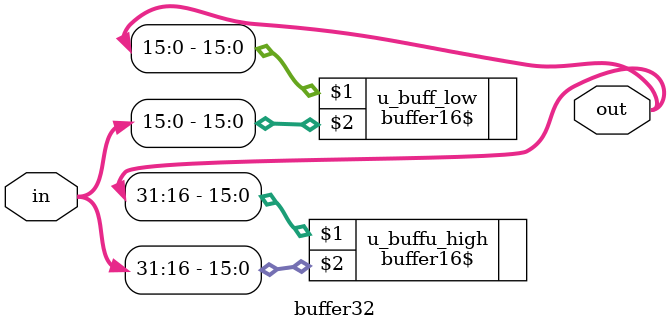
<source format=v>


//-------------------------------------------------------------------------------------
//
// 					 			1-Bit 5-Input AND Gate
//
//-------------------------------------------------------------------------------------
// Functionality: 1-Bit 5-Input AND Gate
//
// Combinational Delay: 
//
module and1_5way (
	output and_out,
	input a, b, c, d, e
	);

	wire intermediate_3side, intermediate_2side;

	and3$ u_and_intermediate3 (intermediate_3side, a, b, c);
	and2$ u_and_intermedaite2 (intermediate_2side, d, e);

	and2$ u_and_final (and_out, intermediate_3side, intermediate_2side);

endmodule

//-------------------------------------------------------------------------------------
//
// 					 		 32-Bit 2-Input AND Gate
//
//-------------------------------------------------------------------------------------
// Functionality: a32 & b32
//
// Combinational Delay: 
//
module and32_2way (
	output [31:0] and_out, 
	input [31:0] a,
	input [31:0] b
	);

	genvar i;
	generate
		for(i = 0; i < 32; i = i + 1)
		begin : u_and
			and2$ u_and (and_out[i], a[i], b[i]);
		end 
	endgenerate

endmodule

//-------------------------------------------------------------------------------------
//
// 					 			1-Bit 5-Input OR Gate
//
//-------------------------------------------------------------------------------------
// Functionality: 1-Bit 5-Input OR Gate
//
// Combinational Delay: 
//
module or1_5way (
	output or_out,
	input a, b, c, d, e
	);

	wire intermediate_3side, intermediate_2side;

	or3$ u_or_intermediate3 (intermediate_3side, a, b, c);
	or2$ u_or_intermedaite2 (intermediate_2side, d, e);

	or2$ u_or_final (or_out, intermediate_3side, intermediate_2side);

endmodule

//-------------------------------------------------------------------------------------
//
// 					 			1-Bit 6-Input OR Gate
//
//-------------------------------------------------------------------------------------
// Functionality: 1-Bit 6-Input OR Gate
//
// Combinational Delay: 
//
module or1_6way (
	output or_out,
	input a, b, c, d, e, f
	);

	wire intermediate_3side_1, intermediate_3side_2;

	or3$ u_or_intermediate3_1 (intermediate_3side_1, a, b, c);
	or3$ u_or_intermedaite3_2 (intermediate_3side_2, d, e, f);

	or2$ u_or_final (or_out, intermediate_3side_1, intermediate_3side_2);

endmodule

//-------------------------------------------------------------------------------------
//
// 					 			32-Bit 2-Input OR Gate
//
//-------------------------------------------------------------------------------------
// Functionality: a32 | b32
//
// Combinational Delay: 
//
module or32_2way (
	output [31:0] or_out, 
	input [31:0] a,
	input [31:0] b
	);

	genvar i;
	generate
		for(i = 0; i < 32; i = i + 1)
		begin : u_or
			or2$ u_or (or_out[i], a[i], b[i]);
		end 
	endgenerate

endmodule

//-------------------------------------------------------------------------------------
//
// 					 			4-Bit 1-Input NOT Gate
//
//-------------------------------------------------------------------------------------
// Functionality: !a4
//
// Combinational Delay: 
//
module not4_1way (
	output [3:0] not_out,
	input [3:0] a
	);

	genvar i;
	generate
		for(i = 0; i < 4; i = i + 1)
		begin : u_not
			inv1$ u_not (not_out[i], a[i]);
		end 
	endgenerate	

endmodule

//-------------------------------------------------------------------------------------
//
// 					 		32-Bit 1-Input NOT Gate
//
//-------------------------------------------------------------------------------------
// Functionality: !a32
//
// Combinational Delay: 
//
module not32_1way (
	output [31:0] not_out, 
	input [31:0] a
	);

	genvar i;
	generate
		for(i = 0; i < 32; i = i + 1)
		begin : u_not
			inv1$ u_not (not_out[i], a[i]);
		end 
	endgenerate

endmodule

//-------------------------------------------------------------------------------------
//
// 					 		 32-Bit 1-Input Buffer 
//
//-------------------------------------------------------------------------------------
// Functionality: 32-Bit 1x->4x Buffer
//
// Combinational Delay: 
//
module buffer32 (
	output [31:0] out,
	input [31:0] in
	);

	buffer16$ u_buffu_high(out[31:16], in[31:16]);
	buffer16$ u_buff_low(out[15:0], in[15:0]);

endmodule


</source>
